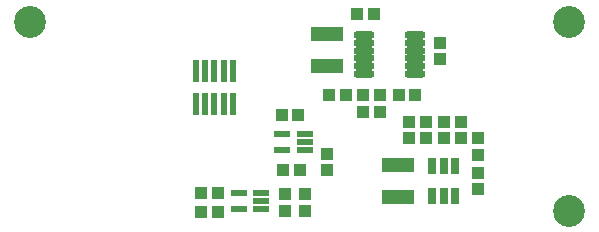
<source format=gts>
G04*
G04 #@! TF.GenerationSoftware,Altium Limited,Altium Designer,19.1.5 (86)*
G04*
G04 Layer_Color=8388736*
%FSLAX25Y25*%
%MOIN*%
G70*
G01*
G75*
%ADD22R,0.05328X0.02375*%
%ADD23R,0.04343X0.03950*%
%ADD24R,0.03950X0.04343*%
%ADD25R,0.03162X0.05721*%
%ADD26O,0.07099X0.02572*%
%ADD27R,0.11036X0.05131*%
%ADD28R,0.02400X0.07400*%
%ADD29C,0.10642*%
D22*
X84842Y8465D02*
D03*
Y11024D02*
D03*
Y13583D02*
D03*
X77362D02*
D03*
Y8465D02*
D03*
X99410Y28150D02*
D03*
Y30709D02*
D03*
Y33268D02*
D03*
X91929D02*
D03*
Y28150D02*
D03*
D23*
X92913Y7874D02*
D03*
Y13386D02*
D03*
X99606Y13386D02*
D03*
Y7874D02*
D03*
X144488Y58268D02*
D03*
Y63779D02*
D03*
X106693Y26772D02*
D03*
Y21260D02*
D03*
X157086Y26379D02*
D03*
Y31890D02*
D03*
Y14961D02*
D03*
Y20473D02*
D03*
X134252Y37402D02*
D03*
Y31890D02*
D03*
X139764Y37402D02*
D03*
Y31890D02*
D03*
X151574Y37403D02*
D03*
Y31891D02*
D03*
X145669Y37402D02*
D03*
Y31890D02*
D03*
D24*
X70472Y7480D02*
D03*
X64961D02*
D03*
X64961Y13780D02*
D03*
X70473D02*
D03*
X124409Y46457D02*
D03*
X118898D02*
D03*
X136221D02*
D03*
X130709D02*
D03*
X122441Y73228D02*
D03*
X116929D02*
D03*
X124409Y40551D02*
D03*
X118898D02*
D03*
X107480Y46457D02*
D03*
X112992D02*
D03*
X97638Y21260D02*
D03*
X92126D02*
D03*
X97244Y39764D02*
D03*
X91732D02*
D03*
D25*
X141929Y12795D02*
D03*
X145669D02*
D03*
X149409D02*
D03*
Y22638D02*
D03*
X145669D02*
D03*
X141929D02*
D03*
D26*
X136024Y53445D02*
D03*
Y56004D02*
D03*
Y58563D02*
D03*
Y61122D02*
D03*
Y63681D02*
D03*
Y66240D02*
D03*
X119095Y53445D02*
D03*
Y56004D02*
D03*
Y58563D02*
D03*
Y61122D02*
D03*
Y63681D02*
D03*
Y66240D02*
D03*
D27*
X106693Y56102D02*
D03*
Y66732D02*
D03*
X130315Y23032D02*
D03*
Y12402D02*
D03*
D28*
X75591Y54319D02*
D03*
Y43319D02*
D03*
X72441Y54319D02*
D03*
Y43319D02*
D03*
X69291Y54319D02*
D03*
Y43319D02*
D03*
X66141Y54319D02*
D03*
Y43319D02*
D03*
X62991Y54319D02*
D03*
Y43319D02*
D03*
D29*
X187402Y7874D02*
D03*
Y70866D02*
D03*
X7874D02*
D03*
M02*

</source>
